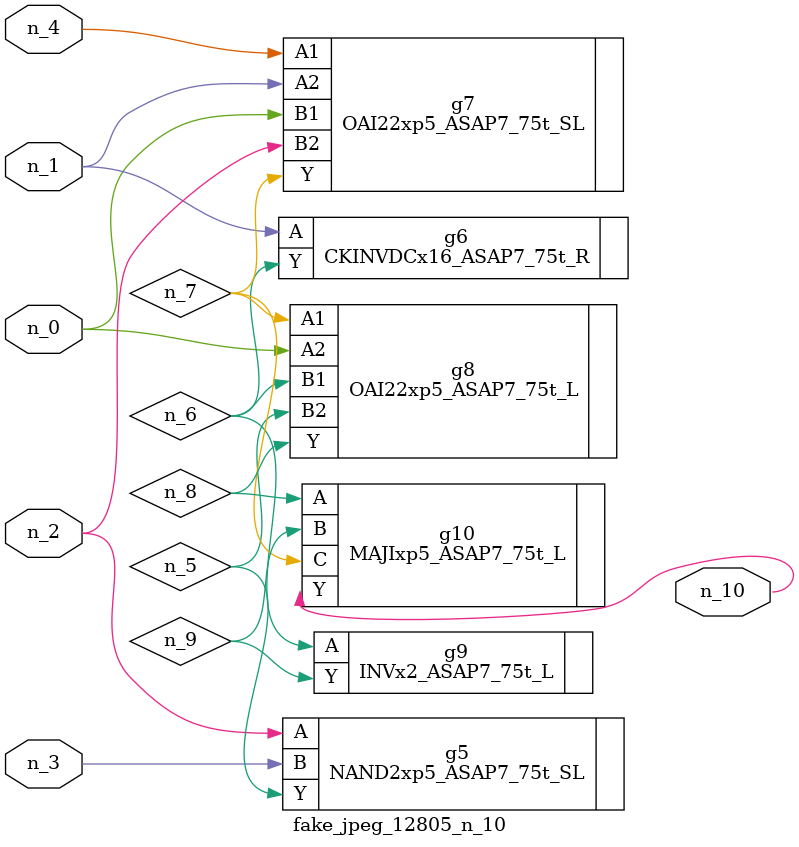
<source format=v>
module fake_jpeg_12805_n_10 (n_3, n_2, n_1, n_0, n_4, n_10);

input n_3;
input n_2;
input n_1;
input n_0;
input n_4;

output n_10;

wire n_8;
wire n_9;
wire n_6;
wire n_5;
wire n_7;

NAND2xp5_ASAP7_75t_SL g5 ( 
.A(n_2),
.B(n_3),
.Y(n_5)
);

CKINVDCx16_ASAP7_75t_R g6 ( 
.A(n_1),
.Y(n_6)
);

OAI22xp5_ASAP7_75t_SL g7 ( 
.A1(n_4),
.A2(n_1),
.B1(n_0),
.B2(n_2),
.Y(n_7)
);

OAI22xp5_ASAP7_75t_L g8 ( 
.A1(n_7),
.A2(n_0),
.B1(n_6),
.B2(n_5),
.Y(n_8)
);

MAJIxp5_ASAP7_75t_L g10 ( 
.A(n_8),
.B(n_9),
.C(n_7),
.Y(n_10)
);

INVx2_ASAP7_75t_L g9 ( 
.A(n_6),
.Y(n_9)
);


endmodule
</source>
